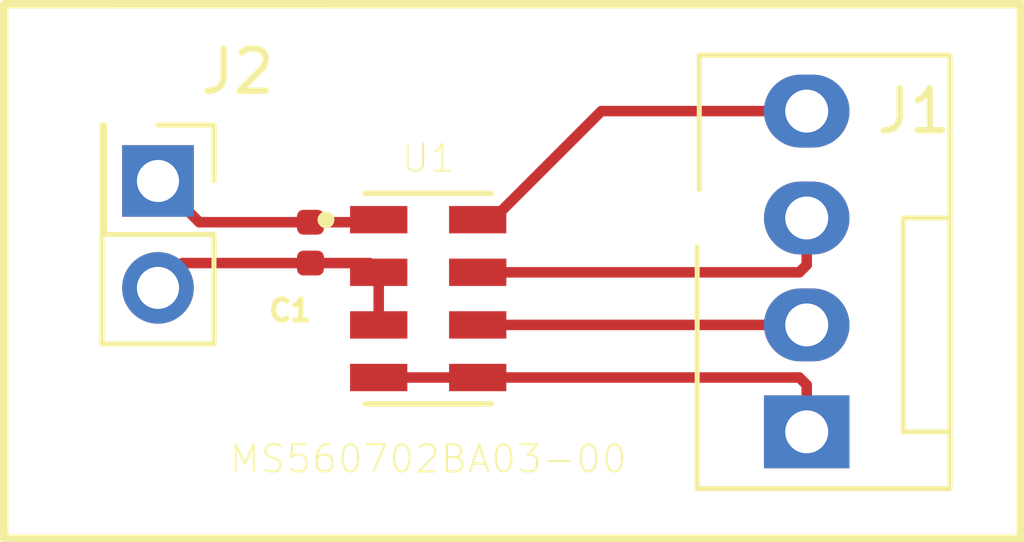
<source format=kicad_pcb>
(kicad_pcb (version 20171130) (host pcbnew "(5.0.0)")

  (general
    (thickness 1.6)
    (drawings 6)
    (tracks 21)
    (zones 0)
    (modules 4)
    (nets 7)
  )

  (page A4)
  (layers
    (0 F.Cu signal)
    (31 B.Cu signal)
    (32 B.Adhes user)
    (33 F.Adhes user)
    (34 B.Paste user)
    (35 F.Paste user)
    (36 B.SilkS user)
    (37 F.SilkS user)
    (38 B.Mask user)
    (39 F.Mask user)
    (40 Dwgs.User user)
    (41 Cmts.User user)
    (42 Eco1.User user)
    (43 Eco2.User user)
    (44 Edge.Cuts user)
    (45 Margin user)
    (46 B.CrtYd user)
    (47 F.CrtYd user)
    (48 B.Fab user)
    (49 F.Fab user)
  )

  (setup
    (last_trace_width 0.25)
    (trace_clearance 0.2)
    (zone_clearance 0.508)
    (zone_45_only no)
    (trace_min 0.2)
    (segment_width 0.2)
    (edge_width 0.1)
    (via_size 0.8)
    (via_drill 0.4)
    (via_min_size 0.4)
    (via_min_drill 0.3)
    (uvia_size 0.3)
    (uvia_drill 0.1)
    (uvias_allowed no)
    (uvia_min_size 0.2)
    (uvia_min_drill 0.1)
    (pcb_text_width 0.3)
    (pcb_text_size 1.5 1.5)
    (mod_edge_width 0.15)
    (mod_text_size 1 1)
    (mod_text_width 0.15)
    (pad_size 1.5 1.5)
    (pad_drill 0.6)
    (pad_to_mask_clearance 0)
    (aux_axis_origin 0 0)
    (visible_elements 7FFFFFFF)
    (pcbplotparams
      (layerselection 0x010fc_ffffffff)
      (usegerberextensions false)
      (usegerberattributes false)
      (usegerberadvancedattributes false)
      (creategerberjobfile false)
      (excludeedgelayer true)
      (linewidth 0.100000)
      (plotframeref false)
      (viasonmask false)
      (mode 1)
      (useauxorigin false)
      (hpglpennumber 1)
      (hpglpenspeed 20)
      (hpglpendiameter 15.000000)
      (psnegative false)
      (psa4output false)
      (plotreference true)
      (plotvalue true)
      (plotinvisibletext false)
      (padsonsilk false)
      (subtractmaskfromsilk false)
      (outputformat 1)
      (mirror false)
      (drillshape 1)
      (scaleselection 1)
      (outputdirectory ""))
  )

  (net 0 "")
  (net 1 +3V3)
  (net 2 GND)
  (net 3 /CSB)
  (net 4 /SDO)
  (net 5 /SDI)
  (net 6 /SCLK)

  (net_class Default "This is the default net class."
    (clearance 0.2)
    (trace_width 0.25)
    (via_dia 0.8)
    (via_drill 0.4)
    (uvia_dia 0.3)
    (uvia_drill 0.1)
    (add_net +3V3)
    (add_net /CSB)
    (add_net /SCLK)
    (add_net /SDI)
    (add_net /SDO)
    (add_net GND)
  )

  (module Connector:FanPinHeader_1x04_P2.54mm_Vertical (layer F.Cu) (tedit 5BBA90A9) (tstamp 5BC6E1E0)
    (at 135.89 106.68 90)
    (descr "4-pin CPU fan Through hole pin header, e.g. for Wieson part number 2366C888-007 Molex 47053-1000, Foxconn HF27040-M1, Tyco 1470947-1 or equivalent, see http://www.formfactors.org/developer%5Cspecs%5Crev1_2_public.pdf")
    (tags "pin header 4-pin CPU fan")
    (path /5BB59CF9)
    (fp_text reference J1 (at 7.62 2.54) (layer F.SilkS)
      (effects (font (size 1 1) (thickness 0.15)))
    )
    (fp_text value Conn_01x04_Female (at 3.83 4.21 90) (layer F.Fab)
      (effects (font (size 0.5 0.5) (thickness 0.125)))
    )
    (fp_text user %R (at 8.89 -3.81 180) (layer F.Fab)
      (effects (font (size 1 1) (thickness 0.15)))
    )
    (fp_line (start -1.35 -2.6) (end 4.4 -2.6) (layer F.SilkS) (width 0.12))
    (fp_line (start 5.75 -2.55) (end 8.95 -2.55) (layer F.SilkS) (width 0.12))
    (fp_line (start 8.95 -2.55) (end 8.95 3.4) (layer F.SilkS) (width 0.12))
    (fp_line (start 8.95 3.4) (end -1.35 3.4) (layer F.SilkS) (width 0.12))
    (fp_line (start -1.35 3.4) (end -1.35 -2.6) (layer F.SilkS) (width 0.12))
    (fp_line (start 5.1 3.3) (end 5.1 2.3) (layer F.Fab) (width 0.1))
    (fp_line (start 5.1 2.3) (end 0 2.3) (layer F.Fab) (width 0.1))
    (fp_line (start 0 2.3) (end 0 3.3) (layer F.Fab) (width 0.1))
    (fp_line (start 5.75 -2.5) (end 8.85 -2.5) (layer F.Fab) (width 0.1))
    (fp_line (start 8.85 -2.5) (end 8.85 3.3) (layer F.Fab) (width 0.1))
    (fp_line (start 8.85 3.3) (end -1.2 3.3) (layer F.Fab) (width 0.1))
    (fp_line (start -1.2 3.3) (end -1.25 3.3) (layer F.Fab) (width 0.1))
    (fp_line (start -1.25 3.3) (end -1.25 -2.5) (layer F.Fab) (width 0.1))
    (fp_line (start -1.25 -2.5) (end 4.4 -2.5) (layer F.Fab) (width 0.1))
    (fp_line (start 0 3.3) (end 0 2.29) (layer F.SilkS) (width 0.12))
    (fp_line (start 0 2.29) (end 5.08 2.29) (layer F.SilkS) (width 0.12))
    (fp_line (start 5.08 2.29) (end 5.08 3.3) (layer F.SilkS) (width 0.12))
    (fp_line (start -1.75 3.8) (end -1.75 -3.2) (layer F.CrtYd) (width 0.05))
    (fp_line (start -1.75 3.8) (end 9.35 3.8) (layer F.CrtYd) (width 0.05))
    (fp_line (start 9.35 -3.2) (end -1.75 -3.2) (layer F.CrtYd) (width 0.05))
    (fp_line (start 9.35 -3.2) (end 9.35 3.8) (layer F.CrtYd) (width 0.05))
    (pad 1 thru_hole rect (at 0 0 180) (size 2.03 1.73) (drill 1.02) (layers *.Cu *.Mask)
      (net 3 /CSB))
    (pad 2 thru_hole oval (at 2.54 0 180) (size 2.03 1.73) (drill 1.02) (layers *.Cu *.Mask)
      (net 4 /SDO))
    (pad 3 thru_hole oval (at 5.08 0 180) (size 2.03 1.73) (drill 1.02) (layers *.Cu *.Mask)
      (net 5 /SDI))
    (pad 4 thru_hole oval (at 7.62 0 180) (size 2.03 1.73) (drill 1.02) (layers *.Cu *.Mask)
      (net 6 /SCLK))
    (pad "" np_thru_hole circle (at 5.08 -2.16 180) (size 1.1 1.1) (drill 1.1) (layers *.Cu *.Mask))
    (model ${KISYS3DMOD}/Connector.3dshapes/FanPinHeader_1x04_P2.54mm_Vertical.wrl
      (at (xyz 0 0 0))
      (scale (xyz 1 1 1))
      (rotate (xyz 0 0 0))
    )
  )

  (module MS560702BA03-00:SON125P500X300X100-8N (layer F.Cu) (tedit 0) (tstamp 5BC6E061)
    (at 126.905 103.515)
    (path /5BB59AA0)
    (attr smd)
    (fp_text reference U1 (at 0 -3.3333) (layer F.SilkS)
      (effects (font (size 0.641134 0.641134) (thickness 0.05)))
    )
    (fp_text value MS560702BA03-00 (at 0 3.81) (layer F.SilkS)
      (effects (font (size 0.641908 0.641908) (thickness 0.05)))
    )
    (fp_line (start -1.5 -2.5) (end -1.5 2.5) (layer Dwgs.User) (width 0.127))
    (fp_line (start -1.5 2.5) (end 1.5 2.5) (layer Dwgs.User) (width 0.127))
    (fp_line (start 1.5 2.5) (end 1.5 -2.5) (layer Dwgs.User) (width 0.127))
    (fp_line (start 1.5 -2.5) (end -1.5 -2.5) (layer Dwgs.User) (width 0.127))
    (fp_line (start -1.5 -2.5) (end 1.5 -2.5) (layer F.SilkS) (width 0.127))
    (fp_line (start -1.5 2.5) (end 1.5 2.5) (layer F.SilkS) (width 0.127))
    (fp_line (start -2.11 -2.75) (end -2.11 2.75) (layer Eco1.User) (width 0.05))
    (fp_line (start -2.11 2.75) (end 2.11 2.75) (layer Eco1.User) (width 0.05))
    (fp_line (start 2.11 2.75) (end 2.11 -2.75) (layer Eco1.User) (width 0.05))
    (fp_line (start 2.11 -2.75) (end -2.11 -2.75) (layer Eco1.User) (width 0.05))
    (fp_circle (center -2.427 -1.873) (end -2.327 -1.873) (layer F.SilkS) (width 0.2))
    (fp_poly (pts (xy -1.87796 -1.4375) (xy 1.875 -1.4375) (xy 1.875 -1.06418) (xy -1.87796 -1.06418)) (layer Dwgs.User) (width 0))
    (fp_poly (pts (xy -1.87762 -1.4375) (xy 1.875 -1.4375) (xy 1.875 -1.06398) (xy -1.87762 -1.06398)) (layer Dwgs.User) (width 0))
    (fp_poly (pts (xy -1.88126 -0.1875) (xy 1.875 -0.1875) (xy 1.875 0.188126) (xy -1.88126 0.188126)) (layer Dwgs.User) (width 0))
    (fp_poly (pts (xy -1.87822 -0.1875) (xy 1.875 -0.1875) (xy 1.875 0.187822) (xy -1.87822 0.187822)) (layer Dwgs.User) (width 0))
    (fp_poly (pts (xy -1.8797 1.0625) (xy 1.875 1.0625) (xy 1.875 1.4411) (xy -1.8797 1.4411)) (layer Dwgs.User) (width 0))
    (fp_poly (pts (xy -1.88007 1.0625) (xy 1.875 1.0625) (xy 1.875 1.44139) (xy -1.88007 1.44139)) (layer Dwgs.User) (width 0))
    (fp_poly (pts (xy -0.376184 -1.905) (xy 0.381 -1.905) (xy 0.381 1.93961) (xy -0.376184 1.93961)) (layer Dwgs.User) (width 0))
    (fp_poly (pts (xy -0.375701 -1.905) (xy 0.381 -1.905) (xy 0.381 1.93712) (xy -0.375701 1.93712)) (layer Dwgs.User) (width 0))
    (pad 1 smd rect (at -1.175 -1.875) (size 1.36 0.65) (layers F.Cu F.Paste F.Mask)
      (net 1 +3V3))
    (pad 8 smd rect (at 1.175 -1.875) (size 1.36 0.65) (layers F.Cu F.Paste F.Mask)
      (net 6 /SCLK))
    (pad 2 smd rect (at -1.175 -0.625) (size 1.36 0.65) (layers F.Cu F.Paste F.Mask)
      (net 2 GND))
    (pad 3 smd rect (at -1.175 0.625) (size 1.36 0.65) (layers F.Cu F.Paste F.Mask)
      (net 2 GND))
    (pad 4 smd rect (at -1.175 1.875) (size 1.36 0.65) (layers F.Cu F.Paste F.Mask)
      (net 3 /CSB))
    (pad 5 smd rect (at 1.175 1.875) (size 1.36 0.65) (layers F.Cu F.Paste F.Mask)
      (net 3 /CSB))
    (pad 6 smd rect (at 1.175 0.625) (size 1.36 0.65) (layers F.Cu F.Paste F.Mask)
      (net 4 /SDO))
    (pad 7 smd rect (at 1.175 -0.625) (size 1.36 0.65) (layers F.Cu F.Paste F.Mask)
      (net 5 /SDI))
  )

  (module Capacitor_SMD:C_0402_1005Metric (layer F.Cu) (tedit 5BBAC5E2) (tstamp 5BC6E4DE)
    (at 124.11 102.185 270)
    (descr "Capacitor SMD 0402 (1005 Metric), square (rectangular) end terminal, IPC_7351 nominal, (Body size source: http://www.tortai-tech.com/upload/download/2011102023233369053.pdf), generated with kicad-footprint-generator")
    (tags capacitor)
    (path /5BB5E0FC)
    (attr smd)
    (fp_text reference C1 (at 1.615 0.48) (layer F.SilkS)
      (effects (font (size 0.5 0.5) (thickness 0.125)))
    )
    (fp_text value 100nF (at -1.395 0.84) (layer F.Fab)
      (effects (font (size 0.25 0.25) (thickness 0.0625)))
    )
    (fp_line (start -0.5 0.25) (end -0.5 -0.25) (layer F.Fab) (width 0.1))
    (fp_line (start -0.5 -0.25) (end 0.5 -0.25) (layer F.Fab) (width 0.1))
    (fp_line (start 0.5 -0.25) (end 0.5 0.25) (layer F.Fab) (width 0.1))
    (fp_line (start 0.5 0.25) (end -0.5 0.25) (layer F.Fab) (width 0.1))
    (fp_line (start -0.93 0.47) (end -0.93 -0.47) (layer F.CrtYd) (width 0.05))
    (fp_line (start -0.93 -0.47) (end 0.93 -0.47) (layer F.CrtYd) (width 0.05))
    (fp_line (start 0.93 -0.47) (end 0.93 0.47) (layer F.CrtYd) (width 0.05))
    (fp_line (start 0.93 0.47) (end -0.93 0.47) (layer F.CrtYd) (width 0.05))
    (fp_text user %R (at 0 0 270) (layer F.Fab)
      (effects (font (size 0.25 0.25) (thickness 0.04)))
    )
    (pad 1 smd roundrect (at -0.485 0 270) (size 0.59 0.64) (layers F.Cu F.Paste F.Mask) (roundrect_rratio 0.25)
      (net 1 +3V3))
    (pad 2 smd roundrect (at 0.485 0 270) (size 0.59 0.64) (layers F.Cu F.Paste F.Mask) (roundrect_rratio 0.25)
      (net 2 GND))
    (model ${KISYS3DMOD}/Capacitor_SMD.3dshapes/C_0402_1005Metric.wrl
      (at (xyz 0 0 0))
      (scale (xyz 1 1 1))
      (rotate (xyz 0 0 0))
    )
  )

  (module Connector_PinHeader_2.54mm:PinHeader_2x01_P2.54mm_Vertical (layer F.Cu) (tedit 59FED5CC) (tstamp 5BC70BA6)
    (at 120.49 100.72 270)
    (descr "Through hole straight pin header, 2x01, 2.54mm pitch, double rows")
    (tags "Through hole pin header THT 2x01 2.54mm double row")
    (path /5BBAC4EB)
    (fp_text reference J2 (at -2.6 -1.89) (layer F.SilkS)
      (effects (font (size 1 1) (thickness 0.15)))
    )
    (fp_text value Conn_02x01 (at 1.25 2.57 270) (layer F.Fab)
      (effects (font (size 1 1) (thickness 0.15)))
    )
    (fp_line (start 0 -1.27) (end 3.81 -1.27) (layer F.Fab) (width 0.1))
    (fp_line (start 3.81 -1.27) (end 3.81 1.27) (layer F.Fab) (width 0.1))
    (fp_line (start 3.81 1.27) (end -1.27 1.27) (layer F.Fab) (width 0.1))
    (fp_line (start -1.27 1.27) (end -1.27 0) (layer F.Fab) (width 0.1))
    (fp_line (start -1.27 0) (end 0 -1.27) (layer F.Fab) (width 0.1))
    (fp_line (start -1.33 1.33) (end 3.87 1.33) (layer F.SilkS) (width 0.12))
    (fp_line (start -1.33 1.27) (end -1.33 1.33) (layer F.SilkS) (width 0.12))
    (fp_line (start 3.87 -1.33) (end 3.87 1.33) (layer F.SilkS) (width 0.12))
    (fp_line (start -1.33 1.27) (end 1.27 1.27) (layer F.SilkS) (width 0.12))
    (fp_line (start 1.27 1.27) (end 1.27 -1.33) (layer F.SilkS) (width 0.12))
    (fp_line (start 1.27 -1.33) (end 3.87 -1.33) (layer F.SilkS) (width 0.12))
    (fp_line (start -1.33 0) (end -1.33 -1.33) (layer F.SilkS) (width 0.12))
    (fp_line (start -1.33 -1.33) (end 0 -1.33) (layer F.SilkS) (width 0.12))
    (fp_line (start -1.8 -1.8) (end -1.8 1.8) (layer F.CrtYd) (width 0.05))
    (fp_line (start -1.8 1.8) (end 4.35 1.8) (layer F.CrtYd) (width 0.05))
    (fp_line (start 4.35 1.8) (end 4.35 -1.8) (layer F.CrtYd) (width 0.05))
    (fp_line (start 4.35 -1.8) (end -1.8 -1.8) (layer F.CrtYd) (width 0.05))
    (fp_text user %R (at 5.12 -1.18) (layer F.Fab)
      (effects (font (size 1 1) (thickness 0.15)))
    )
    (pad 1 thru_hole rect (at 0 0 270) (size 1.7 1.7) (drill 1) (layers *.Cu *.Mask)
      (net 1 +3V3))
    (pad 2 thru_hole oval (at 2.54 0 270) (size 1.7 1.7) (drill 1) (layers *.Cu *.Mask)
      (net 2 GND))
    (model ${KISYS3DMOD}/Connector_PinHeader_2.54mm.3dshapes/PinHeader_2x01_P2.54mm_Vertical.wrl
      (at (xyz 0 0 0))
      (scale (xyz 1 1 1))
      (rotate (xyz 0 0 0))
    )
  )

  (gr_line (start 116.84 109.22) (end 124.46 109.22) (layer F.SilkS) (width 0.2))
  (gr_line (start 116.84 96.52) (end 116.84 109.22) (layer F.SilkS) (width 0.2) (tstamp 5BC70E3C))
  (gr_line (start 124.46 96.52) (end 116.84 96.52) (layer F.SilkS) (width 0.2))
  (gr_line (start 119.38 96.52) (end 140.97 96.52) (layer F.SilkS) (width 0.2))
  (gr_line (start 140.97 109.22) (end 119.38 109.22) (layer F.SilkS) (width 0.2))
  (gr_line (start 140.97 96.52) (end 140.97 109.22) (layer F.SilkS) (width 0.2))

  (segment (start 125.67 101.7) (end 125.73 101.64) (width 0.25) (layer F.Cu) (net 1) (status 30))
  (segment (start 124.11 101.7) (end 125.67 101.7) (width 0.25) (layer F.Cu) (net 1) (status 30))
  (segment (start 121.47 101.7) (end 120.49 100.72) (width 0.25) (layer F.Cu) (net 1))
  (segment (start 124.11 101.7) (end 121.47 101.7) (width 0.25) (layer F.Cu) (net 1))
  (segment (start 125.51 102.67) (end 125.73 102.89) (width 0.25) (layer F.Cu) (net 2) (status 30))
  (segment (start 124.11 102.67) (end 125.51 102.67) (width 0.25) (layer F.Cu) (net 2) (status 30))
  (segment (start 125.73 104.14) (end 125.73 102.89) (width 0.25) (layer F.Cu) (net 2) (status 30))
  (segment (start 121.08 102.67) (end 120.49 103.26) (width 0.25) (layer F.Cu) (net 2))
  (segment (start 124.11 102.67) (end 121.08 102.67) (width 0.25) (layer F.Cu) (net 2))
  (segment (start 135.89 105.565) (end 135.89 106.68) (width 0.25) (layer F.Cu) (net 3) (tstamp 5BC6E0B6) (status 20))
  (segment (start 135.715 105.39) (end 135.89 105.565) (width 0.25) (layer F.Cu) (net 3) (tstamp 5BC6E0B3))
  (segment (start 128.08 105.39) (end 135.715 105.39) (width 0.25) (layer F.Cu) (net 3) (tstamp 5BC6E0B9) (status 10))
  (segment (start 125.73 105.39) (end 128.08 105.39) (width 0.25) (layer F.Cu) (net 3) (tstamp 5BC6E0AA) (status 30))
  (segment (start 128.08 104.14) (end 135.89 104.14) (width 0.25) (layer F.Cu) (net 4) (tstamp 5BC6E0A4) (status 30))
  (segment (start 135.89 102.715) (end 135.89 101.6) (width 0.25) (layer F.Cu) (net 5) (tstamp 5BC6E0AD) (status 20))
  (segment (start 135.715 102.89) (end 135.89 102.715) (width 0.25) (layer F.Cu) (net 5) (tstamp 5BC6E0B0))
  (segment (start 128.08 102.89) (end 135.715 102.89) (width 0.25) (layer F.Cu) (net 5) (tstamp 5BC6E0A1) (status 10))
  (segment (start 128.435 101.64) (end 131.015 99.06) (width 0.25) (layer F.Cu) (net 6) (tstamp 5BC6E0BC) (status 10))
  (segment (start 128.08 101.64) (end 128.435 101.64) (width 0.25) (layer F.Cu) (net 6) (tstamp 5BC6E09E) (status 30))
  (segment (start 131.015 99.06) (end 134.625 99.06) (width 0.25) (layer F.Cu) (net 6) (tstamp 5BC6E0BF))
  (segment (start 134.625 99.06) (end 135.89 99.06) (width 0.25) (layer F.Cu) (net 6) (tstamp 5BC6E0A7) (status 20))

)

</source>
